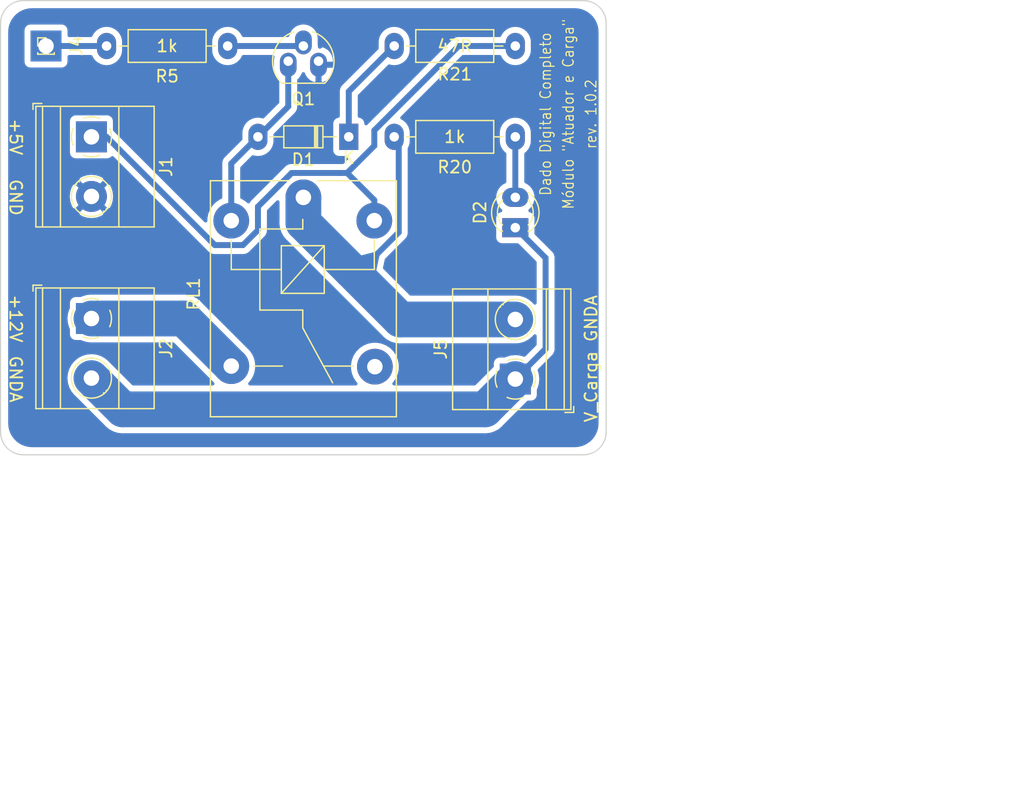
<source format=kicad_pcb>
(kicad_pcb (version 20171130) (host pcbnew 5.1.12-84ad8e8a86~92~ubuntu20.04.1)

  (general
    (thickness 1.6)
    (drawings 22)
    (tracks 40)
    (zones 0)
    (modules 11)
    (nets 12)
  )

  (page A4)
  (title_block
    (title "Dado Digital Completo - Módulo Atuador e Carga")
    (date 2022-02-08)
    (rev 1.0.2)
    (company "ETE102 - Fundamentos de Circuitos Digitais")
    (comment 1 "CC-BY-SA 4.0")
  )

  (layers
    (0 F.Cu signal)
    (31 B.Cu signal)
    (32 B.Adhes user)
    (33 F.Adhes user)
    (34 B.Paste user)
    (35 F.Paste user)
    (36 B.SilkS user)
    (37 F.SilkS user)
    (38 B.Mask user)
    (39 F.Mask user)
    (40 Dwgs.User user)
    (41 Cmts.User user)
    (42 Eco1.User user)
    (43 Eco2.User user)
    (44 Edge.Cuts user)
    (45 Margin user)
    (46 B.CrtYd user)
    (47 F.CrtYd user)
    (48 B.Fab user)
    (49 F.Fab user)
  )

  (setup
    (last_trace_width 0.5)
    (user_trace_width 2)
    (user_trace_width 2.5)
    (user_trace_width 3)
    (trace_clearance 0.3)
    (zone_clearance 0.5)
    (zone_45_only no)
    (trace_min 0.3)
    (via_size 1.2)
    (via_drill 0.6)
    (via_min_size 0.4)
    (via_min_drill 0.3)
    (uvia_size 0.3)
    (uvia_drill 0.1)
    (uvias_allowed no)
    (uvia_min_size 0.2)
    (uvia_min_drill 0.1)
    (edge_width 0.1)
    (segment_width 0.2)
    (pcb_text_width 0.3)
    (pcb_text_size 1.5 1.5)
    (mod_edge_width 0.15)
    (mod_text_size 1 1)
    (mod_text_width 0.15)
    (pad_size 1.4 2)
    (pad_drill 0.8)
    (pad_to_mask_clearance 0)
    (aux_axis_origin 0 0)
    (visible_elements FFFFFF7F)
    (pcbplotparams
      (layerselection 0x01060_fffffffe)
      (usegerberextensions false)
      (usegerberattributes true)
      (usegerberadvancedattributes true)
      (creategerberjobfile true)
      (excludeedgelayer true)
      (linewidth 0.100000)
      (plotframeref false)
      (viasonmask false)
      (mode 1)
      (useauxorigin false)
      (hpglpennumber 1)
      (hpglpenspeed 20)
      (hpglpendiameter 15.000000)
      (psnegative false)
      (psa4output false)
      (plotreference true)
      (plotvalue true)
      (plotinvisibletext false)
      (padsonsilk false)
      (subtractmaskfromsilk false)
      (outputformat 1)
      (mirror false)
      (drillshape 0)
      (scaleselection 1)
      (outputdirectory "gerber/rev1.0"))
  )

  (net 0 "")
  (net 1 GND)
  (net 2 VDD)
  (net 3 "Net-(D1-Pad2)")
  (net 4 "Net-(D2-Pad2)")
  (net 5 +12V)
  (net 6 Earth)
  (net 7 "Net-(Q1-Pad2)")
  (net 8 "Net-(RL1-Pad12)")
  (net 9 "Net-(J4-Pad1)")
  (net 10 "Net-(D1-Pad1)")
  (net 11 "Net-(J5-Pad2)")

  (net_class Default "Esta é a classe de rede padrão."
    (clearance 0.3)
    (trace_width 0.5)
    (via_dia 1.2)
    (via_drill 0.6)
    (uvia_dia 0.3)
    (uvia_drill 0.1)
    (diff_pair_width 0.3)
    (diff_pair_gap 0.3)
    (add_net Earth)
    (add_net "Net-(D1-Pad1)")
    (add_net "Net-(D1-Pad2)")
    (add_net "Net-(D2-Pad2)")
    (add_net "Net-(J4-Pad1)")
    (add_net "Net-(J5-Pad2)")
    (add_net "Net-(Q1-Pad2)")
    (add_net "Net-(RL1-Pad12)")
  )

  (net_class GND ""
    (clearance 0.3)
    (trace_width 0.5)
    (via_dia 1.2)
    (via_drill 0.6)
    (uvia_dia 0.3)
    (uvia_drill 0.1)
    (diff_pair_width 0.3)
    (diff_pair_gap 0.3)
    (add_net GND)
  )

  (net_class Vcc ""
    (clearance 0.3)
    (trace_width 0.5)
    (via_dia 1.2)
    (via_drill 0.6)
    (uvia_dia 0.3)
    (uvia_drill 0.1)
    (diff_pair_width 0.3)
    (diff_pair_gap 0.3)
    (add_net +12V)
    (add_net VDD)
  )

  (module Package_TO_SOT_THT:TO-92_HandSolder (layer F.Cu) (tedit 62033F2E) (tstamp 6203BA23)
    (at 125.73 91.44)
    (descr "TO-92 leads molded, narrow, drill 0.75mm, handsoldering variant with enlarged pads (see NXP sot054_po.pdf)")
    (tags "to-92 sc-43 sc-43a sot54 PA33 transistor")
    (path /5742CA8F)
    (fp_text reference Q1 (at 1.27 3.175) (layer F.SilkS)
      (effects (font (size 1 1) (thickness 0.15)))
    )
    (fp_text value BC547 (at -3.81 1.27) (layer F.Fab)
      (effects (font (size 1 1) (thickness 0.15)))
    )
    (fp_line (start -0.53 1.85) (end 3.07 1.85) (layer F.SilkS) (width 0.12))
    (fp_line (start -0.5 1.75) (end 3 1.75) (layer F.Fab) (width 0.1))
    (fp_line (start -1.46 -3.05) (end 4 -3.05) (layer F.CrtYd) (width 0.05))
    (fp_line (start -1.46 -3.05) (end -1.46 2.01) (layer F.CrtYd) (width 0.05))
    (fp_line (start 4 2.01) (end 4 -3.05) (layer F.CrtYd) (width 0.05))
    (fp_line (start 4 2.01) (end -1.46 2.01) (layer F.CrtYd) (width 0.05))
    (fp_arc (start 1.27 0) (end 2.05 -2.45) (angle 117.6433766) (layer F.SilkS) (width 0.12))
    (fp_arc (start 1.27 0) (end 1.27 -2.48) (angle -135) (layer F.Fab) (width 0.1))
    (fp_arc (start 1.27 0) (end 0.45 -2.45) (angle -116.9632683) (layer F.SilkS) (width 0.12))
    (fp_arc (start 1.27 0) (end 1.27 -2.48) (angle 135) (layer F.Fab) (width 0.1))
    (fp_text user %R (at 1.27 0) (layer F.Fab)
      (effects (font (size 1 1) (thickness 0.15)))
    )
    (pad 1 thru_hole oval (at 0 0) (size 1.4 2) (drill 0.8 (offset 0 0.3)) (layers *.Cu *.Mask)
      (net 3 "Net-(D1-Pad2)"))
    (pad 3 thru_hole oval (at 2.54 0) (size 1.4 2) (drill 0.8 (offset 0 0.3)) (layers *.Cu *.Mask)
      (net 1 GND))
    (pad 2 thru_hole oval (at 1.27 -1.27) (size 1.4 2) (drill 0.8 (offset 0 -0.3)) (layers *.Cu *.Mask)
      (net 7 "Net-(Q1-Pad2)"))
    (model ${KISYS3DMOD}/Package_TO_SOT_THT.3dshapes/TO-92.wrl
      (at (xyz 0 0 0))
      (scale (xyz 1 1 1))
      (rotate (xyz 0 0 0))
    )
  )

  (module Resistor_THT:R_Axial_DIN0207_L6.3mm_D2.5mm_P10.16mm_Horizontal (layer F.Cu) (tedit 5AE5139B) (tstamp 620189C7)
    (at 144.78 90.17 180)
    (descr "Resistor, Axial_DIN0207 series, Axial, Horizontal, pin pitch=10.16mm, 0.25W = 1/4W, length*diameter=6.3*2.5mm^2, http://cdn-reichelt.de/documents/datenblatt/B400/1_4W%23YAG.pdf")
    (tags "Resistor Axial_DIN0207 series Axial Horizontal pin pitch 10.16mm 0.25W = 1/4W length 6.3mm diameter 2.5mm")
    (path /6204C159)
    (fp_text reference R21 (at 5.08 -2.37) (layer F.SilkS)
      (effects (font (size 1 1) (thickness 0.15)))
    )
    (fp_text value 47R (at 5.08 0) (layer F.SilkS)
      (effects (font (size 1 1) (thickness 0.15)))
    )
    (fp_line (start 11.21 -1.5) (end -1.05 -1.5) (layer F.CrtYd) (width 0.05))
    (fp_line (start 11.21 1.5) (end 11.21 -1.5) (layer F.CrtYd) (width 0.05))
    (fp_line (start -1.05 1.5) (end 11.21 1.5) (layer F.CrtYd) (width 0.05))
    (fp_line (start -1.05 -1.5) (end -1.05 1.5) (layer F.CrtYd) (width 0.05))
    (fp_line (start 9.12 0) (end 8.35 0) (layer F.SilkS) (width 0.12))
    (fp_line (start 1.04 0) (end 1.81 0) (layer F.SilkS) (width 0.12))
    (fp_line (start 8.35 -1.37) (end 1.81 -1.37) (layer F.SilkS) (width 0.12))
    (fp_line (start 8.35 1.37) (end 8.35 -1.37) (layer F.SilkS) (width 0.12))
    (fp_line (start 1.81 1.37) (end 8.35 1.37) (layer F.SilkS) (width 0.12))
    (fp_line (start 1.81 -1.37) (end 1.81 1.37) (layer F.SilkS) (width 0.12))
    (fp_line (start 10.16 0) (end 8.23 0) (layer F.Fab) (width 0.1))
    (fp_line (start 0 0) (end 1.93 0) (layer F.Fab) (width 0.1))
    (fp_line (start 8.23 -1.25) (end 1.93 -1.25) (layer F.Fab) (width 0.1))
    (fp_line (start 8.23 1.25) (end 8.23 -1.25) (layer F.Fab) (width 0.1))
    (fp_line (start 1.93 1.25) (end 8.23 1.25) (layer F.Fab) (width 0.1))
    (fp_line (start 1.93 -1.25) (end 1.93 1.25) (layer F.Fab) (width 0.1))
    (fp_text user %R (at 5.08 0) (layer F.Fab)
      (effects (font (size 1 1) (thickness 0.15)))
    )
    (fp_text user %V (at 5.08 -2.54 180) (layer F.Fab)
      (effects (font (size 1 1) (thickness 0.15)))
    )
    (pad 2 thru_hole oval (at 10.16 0 180) (size 1.6 2.2) (drill 0.8) (layers *.Cu *.Mask)
      (net 10 "Net-(D1-Pad1)"))
    (pad 1 thru_hole oval (at 0 0 180) (size 1.6 2.2) (drill 0.8) (layers *.Cu *.Mask)
      (net 2 VDD))
    (model ${KISYS3DMOD}/Resistor_THT.3dshapes/R_Axial_DIN0207_L6.3mm_D2.5mm_P10.16mm_Horizontal.wrl
      (at (xyz 0 0 0))
      (scale (xyz 1 1 1))
      (rotate (xyz 0 0 0))
    )
  )

  (module Connector_PinHeader_1.00mm:PinHeader_1x01_P1.00mm_Vertical (layer F.Cu) (tedit 59FED738) (tstamp 61FFAF3E)
    (at 105.41 90.17)
    (descr "Through hole straight pin header, 1x01, 1.00mm pitch, single row")
    (tags "Through hole pin header THT 1x01 1.00mm single row")
    (path /62076698)
    (fp_text reference J4 (at 2.54 0 90) (layer F.SilkS)
      (effects (font (size 1 1) (thickness 0.15)))
    )
    (fp_text value Conn_01x01 (at 2.54 2.54) (layer F.Fab)
      (effects (font (size 1 1) (thickness 0.15)))
    )
    (fp_line (start 1.15 -1) (end -1.15 -1) (layer F.CrtYd) (width 0.05))
    (fp_line (start 1.15 1) (end 1.15 -1) (layer F.CrtYd) (width 0.05))
    (fp_line (start -1.15 1) (end 1.15 1) (layer F.CrtYd) (width 0.05))
    (fp_line (start -1.15 -1) (end -1.15 1) (layer F.CrtYd) (width 0.05))
    (fp_line (start -0.695 -0.685) (end 0 -0.685) (layer F.SilkS) (width 0.12))
    (fp_line (start -0.695 0) (end -0.695 -0.685) (layer F.SilkS) (width 0.12))
    (fp_line (start 0.608276 0.685) (end 0.695 0.685) (layer F.SilkS) (width 0.12))
    (fp_line (start -0.695 0.685) (end -0.608276 0.685) (layer F.SilkS) (width 0.12))
    (fp_line (start 0.695 0.685) (end 0.695 0.56) (layer F.SilkS) (width 0.12))
    (fp_line (start -0.695 0.685) (end -0.695 0.56) (layer F.SilkS) (width 0.12))
    (fp_line (start -0.695 0.685) (end 0.695 0.685) (layer F.SilkS) (width 0.12))
    (fp_line (start -0.635 -0.1825) (end -0.3175 -0.5) (layer F.Fab) (width 0.1))
    (fp_line (start -0.635 0.5) (end -0.635 -0.1825) (layer F.Fab) (width 0.1))
    (fp_line (start 0.635 0.5) (end -0.635 0.5) (layer F.Fab) (width 0.1))
    (fp_line (start 0.635 -0.5) (end 0.635 0.5) (layer F.Fab) (width 0.1))
    (fp_line (start -0.3175 -0.5) (end 0.635 -0.5) (layer F.Fab) (width 0.1))
    (fp_text user %R (at 1.27 0 90) (layer F.Fab)
      (effects (font (size 0.76 0.76) (thickness 0.114)))
    )
    (pad 1 thru_hole rect (at 0 0) (size 2.6 2.6) (drill 1.3) (layers *.Cu *.Mask)
      (net 9 "Net-(J4-Pad1)"))
    (model ${KISYS3DMOD}/Connector_PinHeader_1.00mm.3dshapes/PinHeader_1x01_P1.00mm_Vertical.wrl
      (at (xyz 0 0 0))
      (scale (xyz 1 1 1))
      (rotate (xyz 0 0 0))
    )
  )

  (module Relay_THT:Relay_SPDT_SANYOU_SRD_Series_Form_C placed (layer F.Cu) (tedit 6201742C) (tstamp 61FF2C6F)
    (at 127 102.87 270)
    (descr "relay Sanyou SRD series Form C http://www.sanyourelay.ca/public/products/pdf/SRD.pdf")
    (tags "relay Sanyu SRD form C")
    (path /575012BB)
    (fp_text reference RL1 (at 8.1 9.2 90) (layer F.SilkS)
      (effects (font (size 1 1) (thickness 0.15)))
    )
    (fp_text value HF3FA/005-ZSTF (at 8 -9.6 90) (layer F.Fab)
      (effects (font (size 1 1) (thickness 0.15)))
    )
    (fp_line (start 8.05 1.85) (end 4.05 1.85) (layer F.SilkS) (width 0.12))
    (fp_line (start 8.05 -1.75) (end 8.05 1.85) (layer F.SilkS) (width 0.12))
    (fp_line (start 4.05 -1.75) (end 8.05 -1.75) (layer F.SilkS) (width 0.12))
    (fp_line (start 4.05 1.85) (end 4.05 -1.75) (layer F.SilkS) (width 0.12))
    (fp_line (start 8.05 1.85) (end 4.05 -1.75) (layer F.SilkS) (width 0.12))
    (fp_line (start 6.05 1.85) (end 6.05 6.05) (layer F.SilkS) (width 0.12))
    (fp_line (start 6.05 -5.95) (end 6.05 -1.75) (layer F.SilkS) (width 0.12))
    (fp_line (start 2.65 0.05) (end 2.65 3.65) (layer F.SilkS) (width 0.12))
    (fp_line (start 9.45 0.05) (end 9.45 3.65) (layer F.SilkS) (width 0.12))
    (fp_line (start 9.45 3.65) (end 2.65 3.65) (layer F.SilkS) (width 0.12))
    (fp_line (start 10.95 0.05) (end 15.55 -2.45) (layer F.SilkS) (width 0.12))
    (fp_line (start 9.45 0.05) (end 10.95 0.05) (layer F.SilkS) (width 0.12))
    (fp_line (start 6.05 -5.95) (end 3.55 -5.95) (layer F.SilkS) (width 0.12))
    (fp_line (start 2.65 0.05) (end 1.85 0.05) (layer F.SilkS) (width 0.12))
    (fp_line (start 3.55 6.05) (end 6.05 6.05) (layer F.SilkS) (width 0.12))
    (fp_line (start 14.15 -4.2) (end 14.15 -1.7) (layer F.SilkS) (width 0.12))
    (fp_line (start 14.15 4.2) (end 14.15 1.75) (layer F.SilkS) (width 0.12))
    (fp_line (start -1.55 7.95) (end 18.55 7.95) (layer F.CrtYd) (width 0.05))
    (fp_line (start 18.55 -7.95) (end 18.55 7.95) (layer F.CrtYd) (width 0.05))
    (fp_line (start -1.55 7.95) (end -1.55 -7.95) (layer F.CrtYd) (width 0.05))
    (fp_line (start 18.55 -7.95) (end -1.55 -7.95) (layer F.CrtYd) (width 0.05))
    (fp_line (start -1.3 7.7) (end -1.3 -7.7) (layer F.Fab) (width 0.12))
    (fp_line (start 18.3 7.7) (end -1.3 7.7) (layer F.Fab) (width 0.12))
    (fp_line (start 18.3 -7.7) (end 18.3 7.7) (layer F.Fab) (width 0.12))
    (fp_line (start -1.3 -7.7) (end 18.3 -7.7) (layer F.Fab) (width 0.12))
    (fp_line (start 18.4 7.8) (end -1.4 7.8) (layer F.SilkS) (width 0.12))
    (fp_line (start 18.4 -7.8) (end 18.4 7.8) (layer F.SilkS) (width 0.12))
    (fp_line (start -1.4 -7.8) (end 18.4 -7.8) (layer F.SilkS) (width 0.12))
    (fp_line (start -1.4 -7.8) (end -1.4 -1.2) (layer F.SilkS) (width 0.12))
    (fp_line (start -1.4 1.2) (end -1.4 7.8) (layer F.SilkS) (width 0.12))
    (fp_text user 1 (at 0 -2.3 90) (layer F.Fab)
      (effects (font (size 1 1) (thickness 0.15)))
    )
    (fp_text user %R (at 7.1 0.025 90) (layer F.Fab)
      (effects (font (size 1 1) (thickness 0.15)))
    )
    (pad A2 thru_hole circle (at 1.95 6.05) (size 3 3) (drill 1.3) (layers *.Cu *.Mask)
      (net 3 "Net-(D1-Pad2)"))
    (pad 14 thru_hole circle (at 14.15 6.05) (size 3 3) (drill 1.3) (layers *.Cu *.Mask)
      (net 5 +12V))
    (pad 12 thru_hole circle (at 14.2 -6) (size 3 3) (drill 1.3) (layers *.Cu *.Mask)
      (net 8 "Net-(RL1-Pad12)"))
    (pad A1 thru_hole circle (at 1.95 -5.95) (size 3 3) (drill 1.3) (layers *.Cu *.Mask)
      (net 2 VDD))
    (pad 11 thru_hole circle (at 0 0) (size 3 3) (drill 1.3) (layers *.Cu *.Mask)
      (net 11 "Net-(J5-Pad2)"))
    (model ${KISYS3DMOD}/Relay_THT.3dshapes/Relay_SPDT_SANYOU_SRD_Series_Form_C.wrl
      (at (xyz 0 0 0))
      (scale (xyz 1 1 1))
      (rotate (xyz 0 0 0))
    )
  )

  (module Resistor_THT:R_Axial_DIN0207_L6.3mm_D2.5mm_P10.16mm_Horizontal placed (layer F.Cu) (tedit 5AE5139B) (tstamp 61FFC73E)
    (at 134.62 97.79)
    (descr "Resistor, Axial_DIN0207 series, Axial, Horizontal, pin pitch=10.16mm, 0.25W = 1/4W, length*diameter=6.3*2.5mm^2, http://cdn-reichelt.de/documents/datenblatt/B400/1_4W%23YAG.pdf")
    (tags "Resistor Axial_DIN0207 series Axial Horizontal pin pitch 10.16mm 0.25W = 1/4W length 6.3mm diameter 2.5mm")
    (path /62049194)
    (fp_text reference R20 (at 5.08 2.54) (layer F.SilkS)
      (effects (font (size 1 1) (thickness 0.15)))
    )
    (fp_text value 1k (at 5.08 0) (layer F.SilkS)
      (effects (font (size 1 1) (thickness 0.15)))
    )
    (fp_line (start 1.93 -1.25) (end 1.93 1.25) (layer F.Fab) (width 0.1))
    (fp_line (start 1.93 1.25) (end 8.23 1.25) (layer F.Fab) (width 0.1))
    (fp_line (start 8.23 1.25) (end 8.23 -1.25) (layer F.Fab) (width 0.1))
    (fp_line (start 8.23 -1.25) (end 1.93 -1.25) (layer F.Fab) (width 0.1))
    (fp_line (start 0 0) (end 1.93 0) (layer F.Fab) (width 0.1))
    (fp_line (start 10.16 0) (end 8.23 0) (layer F.Fab) (width 0.1))
    (fp_line (start 1.81 -1.37) (end 1.81 1.37) (layer F.SilkS) (width 0.12))
    (fp_line (start 1.81 1.37) (end 8.35 1.37) (layer F.SilkS) (width 0.12))
    (fp_line (start 8.35 1.37) (end 8.35 -1.37) (layer F.SilkS) (width 0.12))
    (fp_line (start 8.35 -1.37) (end 1.81 -1.37) (layer F.SilkS) (width 0.12))
    (fp_line (start 1.04 0) (end 1.81 0) (layer F.SilkS) (width 0.12))
    (fp_line (start 9.12 0) (end 8.35 0) (layer F.SilkS) (width 0.12))
    (fp_line (start -1.05 -1.5) (end -1.05 1.5) (layer F.CrtYd) (width 0.05))
    (fp_line (start -1.05 1.5) (end 11.21 1.5) (layer F.CrtYd) (width 0.05))
    (fp_line (start 11.21 1.5) (end 11.21 -1.5) (layer F.CrtYd) (width 0.05))
    (fp_line (start 11.21 -1.5) (end -1.05 -1.5) (layer F.CrtYd) (width 0.05))
    (fp_text user %R (at 5.08 0) (layer F.Fab)
      (effects (font (size 1 1) (thickness 0.15)))
    )
    (fp_text user %V (at 5.08 2.54) (layer F.Fab)
      (effects (font (size 1 1) (thickness 0.15)))
    )
    (pad 2 thru_hole oval (at 10.16 0) (size 1.6 2.2) (drill 0.8) (layers *.Cu *.Mask)
      (net 4 "Net-(D2-Pad2)"))
    (pad 1 thru_hole oval (at 0 0) (size 1.6 2.2) (drill 0.8) (layers *.Cu *.Mask)
      (net 11 "Net-(J5-Pad2)"))
    (model ${KISYS3DMOD}/Resistor_THT.3dshapes/R_Axial_DIN0207_L6.3mm_D2.5mm_P10.16mm_Horizontal.wrl
      (at (xyz 0 0 0))
      (scale (xyz 1 1 1))
      (rotate (xyz 0 0 0))
    )
  )

  (module Resistor_THT:R_Axial_DIN0207_L6.3mm_D2.5mm_P10.16mm_Horizontal placed (layer F.Cu) (tedit 6202E749) (tstamp 61FF2C01)
    (at 110.49 90.17)
    (descr "Resistor, Axial_DIN0207 series, Axial, Horizontal, pin pitch=10.16mm, 0.25W = 1/4W, length*diameter=6.3*2.5mm^2, http://cdn-reichelt.de/documents/datenblatt/B400/1_4W%23YAG.pdf")
    (tags "Resistor Axial_DIN0207 series Axial Horizontal pin pitch 10.16mm 0.25W = 1/4W length 6.3mm diameter 2.5mm")
    (path /5742C9F0)
    (fp_text reference R5 (at 5.08 2.54) (layer F.SilkS)
      (effects (font (size 1 1) (thickness 0.15)))
    )
    (fp_text value 1k (at 5.08 0) (layer F.SilkS)
      (effects (font (size 1 1) (thickness 0.15)))
    )
    (fp_line (start 1.93 -1.25) (end 1.93 1.25) (layer F.Fab) (width 0.1))
    (fp_line (start 1.93 1.25) (end 8.23 1.25) (layer F.Fab) (width 0.1))
    (fp_line (start 8.23 1.25) (end 8.23 -1.25) (layer F.Fab) (width 0.1))
    (fp_line (start 8.23 -1.25) (end 1.93 -1.25) (layer F.Fab) (width 0.1))
    (fp_line (start 0 0) (end 1.93 0) (layer F.Fab) (width 0.1))
    (fp_line (start 10.16 0) (end 8.23 0) (layer F.Fab) (width 0.1))
    (fp_line (start 1.81 -1.37) (end 1.81 1.37) (layer F.SilkS) (width 0.12))
    (fp_line (start 1.81 1.37) (end 8.35 1.37) (layer F.SilkS) (width 0.12))
    (fp_line (start 8.35 1.37) (end 8.35 -1.37) (layer F.SilkS) (width 0.12))
    (fp_line (start 8.35 -1.37) (end 1.81 -1.37) (layer F.SilkS) (width 0.12))
    (fp_line (start 1.04 0) (end 1.81 0) (layer F.SilkS) (width 0.12))
    (fp_line (start 9.12 0) (end 8.35 0) (layer F.SilkS) (width 0.12))
    (fp_line (start -1.05 -1.5) (end -1.05 1.5) (layer F.CrtYd) (width 0.05))
    (fp_line (start -1.05 1.5) (end 11.21 1.5) (layer F.CrtYd) (width 0.05))
    (fp_line (start 11.21 1.5) (end 11.21 -1.5) (layer F.CrtYd) (width 0.05))
    (fp_line (start 11.21 -1.5) (end -1.05 -1.5) (layer F.CrtYd) (width 0.05))
    (fp_text user %R (at 5.08 0) (layer F.Fab)
      (effects (font (size 1 1) (thickness 0.15)))
    )
    (fp_text user %V (at 5.08 2.54) (layer F.Fab)
      (effects (font (size 1 1) (thickness 0.15)))
    )
    (pad 2 thru_hole oval (at 10.16 0) (size 1.6 2.2) (drill 0.8) (layers *.Cu *.Mask)
      (net 7 "Net-(Q1-Pad2)"))
    (pad 1 thru_hole oval (at 0 0) (size 1.6 2.2) (drill 0.8) (layers *.Cu *.Mask)
      (net 9 "Net-(J4-Pad1)"))
    (model ${KISYS3DMOD}/Resistor_THT.3dshapes/R_Axial_DIN0207_L6.3mm_D2.5mm_P10.16mm_Horizontal.wrl
      (at (xyz 0 0 0))
      (scale (xyz 1 1 1))
      (rotate (xyz 0 0 0))
    )
  )

  (module TerminalBlock_Phoenix:TerminalBlock_Phoenix_MKDS-1,5-2_1x02_P5.00mm_Horizontal placed (layer F.Cu) (tedit 5B294EE5) (tstamp 61FF2BAA)
    (at 144.78 118.11 90)
    (descr "Terminal Block Phoenix MKDS-1,5-2, 2 pins, pitch 5mm, size 10x9.8mm^2, drill diamater 1.3mm, pad diameter 2.6mm, see http://www.farnell.com/datasheets/100425.pdf, script-generated using https://github.com/pointhi/kicad-footprint-generator/scripts/TerminalBlock_Phoenix")
    (tags "THT Terminal Block Phoenix MKDS-1,5-2 pitch 5mm size 10x9.8mm^2 drill 1.3mm pad 2.6mm")
    (path /62084076)
    (fp_text reference J5 (at 2.5 -6.26 90) (layer F.SilkS)
      (effects (font (size 1 1) (thickness 0.15)))
    )
    (fp_text value Conn_01x02 (at 2.5 5.66 90) (layer F.Fab)
      (effects (font (size 1 1) (thickness 0.15)))
    )
    (fp_line (start 8 -5.71) (end -3 -5.71) (layer F.CrtYd) (width 0.05))
    (fp_line (start 8 5.1) (end 8 -5.71) (layer F.CrtYd) (width 0.05))
    (fp_line (start -3 5.1) (end 8 5.1) (layer F.CrtYd) (width 0.05))
    (fp_line (start -3 -5.71) (end -3 5.1) (layer F.CrtYd) (width 0.05))
    (fp_line (start -2.8 4.9) (end -2.3 4.9) (layer F.SilkS) (width 0.12))
    (fp_line (start -2.8 4.16) (end -2.8 4.9) (layer F.SilkS) (width 0.12))
    (fp_line (start 3.773 1.023) (end 3.726 1.069) (layer F.SilkS) (width 0.12))
    (fp_line (start 6.07 -1.275) (end 6.035 -1.239) (layer F.SilkS) (width 0.12))
    (fp_line (start 3.966 1.239) (end 3.931 1.274) (layer F.SilkS) (width 0.12))
    (fp_line (start 6.275 -1.069) (end 6.228 -1.023) (layer F.SilkS) (width 0.12))
    (fp_line (start 5.955 -1.138) (end 3.863 0.955) (layer F.Fab) (width 0.1))
    (fp_line (start 6.138 -0.955) (end 4.046 1.138) (layer F.Fab) (width 0.1))
    (fp_line (start 0.955 -1.138) (end -1.138 0.955) (layer F.Fab) (width 0.1))
    (fp_line (start 1.138 -0.955) (end -0.955 1.138) (layer F.Fab) (width 0.1))
    (fp_line (start 7.56 -5.261) (end 7.56 4.66) (layer F.SilkS) (width 0.12))
    (fp_line (start -2.56 -5.261) (end -2.56 4.66) (layer F.SilkS) (width 0.12))
    (fp_line (start -2.56 4.66) (end 7.56 4.66) (layer F.SilkS) (width 0.12))
    (fp_line (start -2.56 -5.261) (end 7.56 -5.261) (layer F.SilkS) (width 0.12))
    (fp_line (start -2.56 -2.301) (end 7.56 -2.301) (layer F.SilkS) (width 0.12))
    (fp_line (start -2.5 -2.3) (end 7.5 -2.3) (layer F.Fab) (width 0.1))
    (fp_line (start -2.56 2.6) (end 7.56 2.6) (layer F.SilkS) (width 0.12))
    (fp_line (start -2.5 2.6) (end 7.5 2.6) (layer F.Fab) (width 0.1))
    (fp_line (start -2.56 4.1) (end 7.56 4.1) (layer F.SilkS) (width 0.12))
    (fp_line (start -2.5 4.1) (end 7.5 4.1) (layer F.Fab) (width 0.1))
    (fp_line (start -2.5 4.1) (end -2.5 -5.2) (layer F.Fab) (width 0.1))
    (fp_line (start -2 4.6) (end -2.5 4.1) (layer F.Fab) (width 0.1))
    (fp_line (start 7.5 4.6) (end -2 4.6) (layer F.Fab) (width 0.1))
    (fp_line (start 7.5 -5.2) (end 7.5 4.6) (layer F.Fab) (width 0.1))
    (fp_line (start -2.5 -5.2) (end 7.5 -5.2) (layer F.Fab) (width 0.1))
    (fp_circle (center 5 0) (end 6.68 0) (layer F.SilkS) (width 0.12))
    (fp_circle (center 5 0) (end 6.5 0) (layer F.Fab) (width 0.1))
    (fp_circle (center 0 0) (end 1.5 0) (layer F.Fab) (width 0.1))
    (fp_arc (start 0 0) (end 0 1.68) (angle -24) (layer F.SilkS) (width 0.12))
    (fp_arc (start 0 0) (end 1.535 0.684) (angle -48) (layer F.SilkS) (width 0.12))
    (fp_arc (start 0 0) (end 0.684 -1.535) (angle -48) (layer F.SilkS) (width 0.12))
    (fp_arc (start 0 0) (end -1.535 -0.684) (angle -48) (layer F.SilkS) (width 0.12))
    (fp_arc (start 0 0) (end -0.684 1.535) (angle -25) (layer F.SilkS) (width 0.12))
    (fp_text user %R (at 2.5 3.2 90) (layer F.Fab)
      (effects (font (size 1 1) (thickness 0.15)))
    )
    (pad 1 thru_hole rect (at 0 0 90) (size 2.6 2.6) (drill 1.3) (layers *.Cu *.Mask)
      (net 6 Earth))
    (pad 2 thru_hole circle (at 5 0 90) (size 2.6 2.6) (drill 1.3) (layers *.Cu *.Mask)
      (net 11 "Net-(J5-Pad2)"))
    (model ${KISYS3DMOD}/TerminalBlock_Phoenix.3dshapes/TerminalBlock_Phoenix_MKDS-1,5-2_1x02_P5.00mm_Horizontal.wrl
      (at (xyz 0 0 0))
      (scale (xyz 1 1 1))
      (rotate (xyz 0 0 0))
    )
  )

  (module TerminalBlock_Phoenix:TerminalBlock_Phoenix_MKDS-1,5-2_1x02_P5.00mm_Horizontal placed (layer F.Cu) (tedit 5B294EE5) (tstamp 61FF2B7E)
    (at 109.22 113.03 270)
    (descr "Terminal Block Phoenix MKDS-1,5-2, 2 pins, pitch 5mm, size 10x9.8mm^2, drill diamater 1.3mm, pad diameter 2.6mm, see http://www.farnell.com/datasheets/100425.pdf, script-generated using https://github.com/pointhi/kicad-footprint-generator/scripts/TerminalBlock_Phoenix")
    (tags "THT Terminal Block Phoenix MKDS-1,5-2 pitch 5mm size 10x9.8mm^2 drill 1.3mm pad 2.6mm")
    (path /620839E4)
    (fp_text reference J2 (at 2.5 -6.26 90) (layer F.SilkS)
      (effects (font (size 1 1) (thickness 0.15)))
    )
    (fp_text value Conn_01x02 (at 2.5 5.66 90) (layer F.Fab)
      (effects (font (size 1 1) (thickness 0.15)))
    )
    (fp_circle (center 0 0) (end 1.5 0) (layer F.Fab) (width 0.1))
    (fp_circle (center 5 0) (end 6.5 0) (layer F.Fab) (width 0.1))
    (fp_circle (center 5 0) (end 6.68 0) (layer F.SilkS) (width 0.12))
    (fp_line (start -2.5 -5.2) (end 7.5 -5.2) (layer F.Fab) (width 0.1))
    (fp_line (start 7.5 -5.2) (end 7.5 4.6) (layer F.Fab) (width 0.1))
    (fp_line (start 7.5 4.6) (end -2 4.6) (layer F.Fab) (width 0.1))
    (fp_line (start -2 4.6) (end -2.5 4.1) (layer F.Fab) (width 0.1))
    (fp_line (start -2.5 4.1) (end -2.5 -5.2) (layer F.Fab) (width 0.1))
    (fp_line (start -2.5 4.1) (end 7.5 4.1) (layer F.Fab) (width 0.1))
    (fp_line (start -2.56 4.1) (end 7.56 4.1) (layer F.SilkS) (width 0.12))
    (fp_line (start -2.5 2.6) (end 7.5 2.6) (layer F.Fab) (width 0.1))
    (fp_line (start -2.56 2.6) (end 7.56 2.6) (layer F.SilkS) (width 0.12))
    (fp_line (start -2.5 -2.3) (end 7.5 -2.3) (layer F.Fab) (width 0.1))
    (fp_line (start -2.56 -2.301) (end 7.56 -2.301) (layer F.SilkS) (width 0.12))
    (fp_line (start -2.56 -5.261) (end 7.56 -5.261) (layer F.SilkS) (width 0.12))
    (fp_line (start -2.56 4.66) (end 7.56 4.66) (layer F.SilkS) (width 0.12))
    (fp_line (start -2.56 -5.261) (end -2.56 4.66) (layer F.SilkS) (width 0.12))
    (fp_line (start 7.56 -5.261) (end 7.56 4.66) (layer F.SilkS) (width 0.12))
    (fp_line (start 1.138 -0.955) (end -0.955 1.138) (layer F.Fab) (width 0.1))
    (fp_line (start 0.955 -1.138) (end -1.138 0.955) (layer F.Fab) (width 0.1))
    (fp_line (start 6.138 -0.955) (end 4.046 1.138) (layer F.Fab) (width 0.1))
    (fp_line (start 5.955 -1.138) (end 3.863 0.955) (layer F.Fab) (width 0.1))
    (fp_line (start 6.275 -1.069) (end 6.228 -1.023) (layer F.SilkS) (width 0.12))
    (fp_line (start 3.966 1.239) (end 3.931 1.274) (layer F.SilkS) (width 0.12))
    (fp_line (start 6.07 -1.275) (end 6.035 -1.239) (layer F.SilkS) (width 0.12))
    (fp_line (start 3.773 1.023) (end 3.726 1.069) (layer F.SilkS) (width 0.12))
    (fp_line (start -2.8 4.16) (end -2.8 4.9) (layer F.SilkS) (width 0.12))
    (fp_line (start -2.8 4.9) (end -2.3 4.9) (layer F.SilkS) (width 0.12))
    (fp_line (start -3 -5.71) (end -3 5.1) (layer F.CrtYd) (width 0.05))
    (fp_line (start -3 5.1) (end 8 5.1) (layer F.CrtYd) (width 0.05))
    (fp_line (start 8 5.1) (end 8 -5.71) (layer F.CrtYd) (width 0.05))
    (fp_line (start 8 -5.71) (end -3 -5.71) (layer F.CrtYd) (width 0.05))
    (fp_text user %R (at 2.5 3.2 90) (layer F.Fab)
      (effects (font (size 1 1) (thickness 0.15)))
    )
    (fp_arc (start 0 0) (end -0.684 1.535) (angle -25) (layer F.SilkS) (width 0.12))
    (fp_arc (start 0 0) (end -1.535 -0.684) (angle -48) (layer F.SilkS) (width 0.12))
    (fp_arc (start 0 0) (end 0.684 -1.535) (angle -48) (layer F.SilkS) (width 0.12))
    (fp_arc (start 0 0) (end 1.535 0.684) (angle -48) (layer F.SilkS) (width 0.12))
    (fp_arc (start 0 0) (end 0 1.68) (angle -24) (layer F.SilkS) (width 0.12))
    (pad 2 thru_hole circle (at 5 0 270) (size 2.6 2.6) (drill 1.3) (layers *.Cu *.Mask)
      (net 6 Earth))
    (pad 1 thru_hole rect (at 0 0 270) (size 2.6 2.6) (drill 1.3) (layers *.Cu *.Mask)
      (net 5 +12V))
    (model ${KISYS3DMOD}/TerminalBlock_Phoenix.3dshapes/TerminalBlock_Phoenix_MKDS-1,5-2_1x02_P5.00mm_Horizontal.wrl
      (at (xyz 0 0 0))
      (scale (xyz 1 1 1))
      (rotate (xyz 0 0 0))
    )
  )

  (module TerminalBlock_Phoenix:TerminalBlock_Phoenix_MKDS-1,5-2_1x02_P5.00mm_Horizontal placed (layer F.Cu) (tedit 5B294EE5) (tstamp 61FF2B52)
    (at 109.22 97.79 270)
    (descr "Terminal Block Phoenix MKDS-1,5-2, 2 pins, pitch 5mm, size 10x9.8mm^2, drill diamater 1.3mm, pad diameter 2.6mm, see http://www.farnell.com/datasheets/100425.pdf, script-generated using https://github.com/pointhi/kicad-footprint-generator/scripts/TerminalBlock_Phoenix")
    (tags "THT Terminal Block Phoenix MKDS-1,5-2 pitch 5mm size 10x9.8mm^2 drill 1.3mm pad 2.6mm")
    (path /620818EA)
    (fp_text reference J1 (at 2.5 -6.26 90) (layer F.SilkS)
      (effects (font (size 1 1) (thickness 0.15)))
    )
    (fp_text value Conn_01x02 (at 2.5 5.66 90) (layer F.Fab)
      (effects (font (size 1 1) (thickness 0.15)))
    )
    (fp_circle (center 0 0) (end 1.5 0) (layer F.Fab) (width 0.1))
    (fp_circle (center 5 0) (end 6.5 0) (layer F.Fab) (width 0.1))
    (fp_circle (center 5 0) (end 6.68 0) (layer F.SilkS) (width 0.12))
    (fp_line (start -2.5 -5.2) (end 7.5 -5.2) (layer F.Fab) (width 0.1))
    (fp_line (start 7.5 -5.2) (end 7.5 4.6) (layer F.Fab) (width 0.1))
    (fp_line (start 7.5 4.6) (end -2 4.6) (layer F.Fab) (width 0.1))
    (fp_line (start -2 4.6) (end -2.5 4.1) (layer F.Fab) (width 0.1))
    (fp_line (start -2.5 4.1) (end -2.5 -5.2) (layer F.Fab) (width 0.1))
    (fp_line (start -2.5 4.1) (end 7.5 4.1) (layer F.Fab) (width 0.1))
    (fp_line (start -2.56 4.1) (end 7.56 4.1) (layer F.SilkS) (width 0.12))
    (fp_line (start -2.5 2.6) (end 7.5 2.6) (layer F.Fab) (width 0.1))
    (fp_line (start -2.56 2.6) (end 7.56 2.6) (layer F.SilkS) (width 0.12))
    (fp_line (start -2.5 -2.3) (end 7.5 -2.3) (layer F.Fab) (width 0.1))
    (fp_line (start -2.56 -2.301) (end 7.56 -2.301) (layer F.SilkS) (width 0.12))
    (fp_line (start -2.56 -5.261) (end 7.56 -5.261) (layer F.SilkS) (width 0.12))
    (fp_line (start -2.56 4.66) (end 7.56 4.66) (layer F.SilkS) (width 0.12))
    (fp_line (start -2.56 -5.261) (end -2.56 4.66) (layer F.SilkS) (width 0.12))
    (fp_line (start 7.56 -5.261) (end 7.56 4.66) (layer F.SilkS) (width 0.12))
    (fp_line (start 1.138 -0.955) (end -0.955 1.138) (layer F.Fab) (width 0.1))
    (fp_line (start 0.955 -1.138) (end -1.138 0.955) (layer F.Fab) (width 0.1))
    (fp_line (start 6.138 -0.955) (end 4.046 1.138) (layer F.Fab) (width 0.1))
    (fp_line (start 5.955 -1.138) (end 3.863 0.955) (layer F.Fab) (width 0.1))
    (fp_line (start 6.275 -1.069) (end 6.228 -1.023) (layer F.SilkS) (width 0.12))
    (fp_line (start 3.966 1.239) (end 3.931 1.274) (layer F.SilkS) (width 0.12))
    (fp_line (start 6.07 -1.275) (end 6.035 -1.239) (layer F.SilkS) (width 0.12))
    (fp_line (start 3.773 1.023) (end 3.726 1.069) (layer F.SilkS) (width 0.12))
    (fp_line (start -2.8 4.16) (end -2.8 4.9) (layer F.SilkS) (width 0.12))
    (fp_line (start -2.8 4.9) (end -2.3 4.9) (layer F.SilkS) (width 0.12))
    (fp_line (start -3 -5.71) (end -3 5.1) (layer F.CrtYd) (width 0.05))
    (fp_line (start -3 5.1) (end 8 5.1) (layer F.CrtYd) (width 0.05))
    (fp_line (start 8 5.1) (end 8 -5.71) (layer F.CrtYd) (width 0.05))
    (fp_line (start 8 -5.71) (end -3 -5.71) (layer F.CrtYd) (width 0.05))
    (fp_text user %R (at 2.5 3.2 90) (layer F.Fab)
      (effects (font (size 1 1) (thickness 0.15)))
    )
    (fp_arc (start 0 0) (end -0.684 1.535) (angle -25) (layer F.SilkS) (width 0.12))
    (fp_arc (start 0 0) (end -1.535 -0.684) (angle -48) (layer F.SilkS) (width 0.12))
    (fp_arc (start 0 0) (end 0.684 -1.535) (angle -48) (layer F.SilkS) (width 0.12))
    (fp_arc (start 0 0) (end 1.535 0.684) (angle -48) (layer F.SilkS) (width 0.12))
    (fp_arc (start 0 0) (end 0 1.68) (angle -24) (layer F.SilkS) (width 0.12))
    (pad 2 thru_hole circle (at 5 0 270) (size 2.6 2.6) (drill 1.3) (layers *.Cu *.Mask)
      (net 1 GND))
    (pad 1 thru_hole rect (at 0 0 270) (size 2.6 2.6) (drill 1.3) (layers *.Cu *.Mask)
      (net 2 VDD))
    (model ${KISYS3DMOD}/TerminalBlock_Phoenix.3dshapes/TerminalBlock_Phoenix_MKDS-1,5-2_1x02_P5.00mm_Horizontal.wrl
      (at (xyz 0 0 0))
      (scale (xyz 1 1 1))
      (rotate (xyz 0 0 0))
    )
  )

  (module LED_THT:LED_D3.0mm placed (layer F.Cu) (tedit 587A3A7B) (tstamp 61FF2B26)
    (at 144.78 105.41 90)
    (descr "LED, diameter 3.0mm, 2 pins")
    (tags "LED diameter 3.0mm 2 pins")
    (path /6204A61B)
    (fp_text reference D2 (at 1.27 -2.96 90) (layer F.SilkS)
      (effects (font (size 1 1) (thickness 0.15)))
    )
    (fp_text value Verde (at 1.27 2.96 90) (layer F.Fab)
      (effects (font (size 1 1) (thickness 0.15)))
    )
    (fp_circle (center 1.27 0) (end 2.77 0) (layer F.Fab) (width 0.1))
    (fp_line (start -0.23 -1.16619) (end -0.23 1.16619) (layer F.Fab) (width 0.1))
    (fp_line (start -0.29 -1.236) (end -0.29 -1.08) (layer F.SilkS) (width 0.12))
    (fp_line (start -0.29 1.08) (end -0.29 1.236) (layer F.SilkS) (width 0.12))
    (fp_line (start -1.15 -2.25) (end -1.15 2.25) (layer F.CrtYd) (width 0.05))
    (fp_line (start -1.15 2.25) (end 3.7 2.25) (layer F.CrtYd) (width 0.05))
    (fp_line (start 3.7 2.25) (end 3.7 -2.25) (layer F.CrtYd) (width 0.05))
    (fp_line (start 3.7 -2.25) (end -1.15 -2.25) (layer F.CrtYd) (width 0.05))
    (fp_arc (start 1.27 0) (end 0.229039 1.08) (angle -87.9) (layer F.SilkS) (width 0.12))
    (fp_arc (start 1.27 0) (end 0.229039 -1.08) (angle 87.9) (layer F.SilkS) (width 0.12))
    (fp_arc (start 1.27 0) (end -0.29 1.235516) (angle -108.8) (layer F.SilkS) (width 0.12))
    (fp_arc (start 1.27 0) (end -0.29 -1.235516) (angle 108.8) (layer F.SilkS) (width 0.12))
    (fp_arc (start 1.27 0) (end -0.23 -1.16619) (angle 284.3) (layer F.Fab) (width 0.1))
    (pad 2 thru_hole oval (at 2.54 0 90) (size 1.6 2.2) (drill 0.8) (layers *.Cu *.Mask)
      (net 4 "Net-(D2-Pad2)"))
    (pad 1 thru_hole rect (at 0 0 90) (size 1.6 2.2) (drill 0.8) (layers *.Cu *.Mask)
      (net 6 Earth))
    (model :Pessoal:LED_Yellow_D3.0mm.wrl
      (offset (xyz 0 0 -3))
      (scale (xyz 1 1 1))
      (rotate (xyz 0 0 0))
    )
  )

  (module Diode_THT:D_DO-34_SOD68_P7.62mm_Horizontal placed (layer F.Cu) (tedit 62030FB8) (tstamp 61FF2B13)
    (at 130.81 97.79 180)
    (descr "Diode, DO-34_SOD68 series, Axial, Horizontal, pin pitch=7.62mm, , length*diameter=3.04*1.6mm^2, , https://www.nxp.com/docs/en/data-sheet/KTY83_SER.pdf")
    (tags "Diode DO-34_SOD68 series Axial Horizontal pin pitch 7.62mm  length 3.04mm diameter 1.6mm")
    (path /5742CB78)
    (fp_text reference D1 (at 3.81 -1.92) (layer F.SilkS)
      (effects (font (size 1 1) (thickness 0.15)))
    )
    (fp_text value 1N4148 (at 3.81 1.905) (layer F.Fab)
      (effects (font (size 1 1) (thickness 0.15)))
    )
    (fp_line (start 2.29 -0.8) (end 2.29 0.8) (layer F.Fab) (width 0.1))
    (fp_line (start 2.29 0.8) (end 5.33 0.8) (layer F.Fab) (width 0.1))
    (fp_line (start 5.33 0.8) (end 5.33 -0.8) (layer F.Fab) (width 0.1))
    (fp_line (start 5.33 -0.8) (end 2.29 -0.8) (layer F.Fab) (width 0.1))
    (fp_line (start 0 0) (end 2.29 0) (layer F.Fab) (width 0.1))
    (fp_line (start 7.62 0) (end 5.33 0) (layer F.Fab) (width 0.1))
    (fp_line (start 2.746 -0.8) (end 2.746 0.8) (layer F.Fab) (width 0.1))
    (fp_line (start 2.846 -0.8) (end 2.846 0.8) (layer F.Fab) (width 0.1))
    (fp_line (start 2.646 -0.8) (end 2.646 0.8) (layer F.Fab) (width 0.1))
    (fp_line (start 2.17 -0.92) (end 2.17 0.92) (layer F.SilkS) (width 0.12))
    (fp_line (start 2.17 0.92) (end 5.45 0.92) (layer F.SilkS) (width 0.12))
    (fp_line (start 5.45 0.92) (end 5.45 -0.92) (layer F.SilkS) (width 0.12))
    (fp_line (start 5.45 -0.92) (end 2.17 -0.92) (layer F.SilkS) (width 0.12))
    (fp_line (start 0.99 0) (end 2.17 0) (layer F.SilkS) (width 0.12))
    (fp_line (start 6.63 0) (end 5.45 0) (layer F.SilkS) (width 0.12))
    (fp_line (start 2.746 -0.92) (end 2.746 0.92) (layer F.SilkS) (width 0.12))
    (fp_line (start 2.866 -0.92) (end 2.866 0.92) (layer F.SilkS) (width 0.12))
    (fp_line (start 2.626 -0.92) (end 2.626 0.92) (layer F.SilkS) (width 0.12))
    (fp_line (start -1 -1.05) (end -1 1.05) (layer F.CrtYd) (width 0.05))
    (fp_line (start -1 1.05) (end 8.63 1.05) (layer F.CrtYd) (width 0.05))
    (fp_line (start 8.63 1.05) (end 8.63 -1.05) (layer F.CrtYd) (width 0.05))
    (fp_line (start 8.63 -1.05) (end -1 -1.05) (layer F.CrtYd) (width 0.05))
    (fp_text user K (at 0 -1.75) (layer F.SilkS)
      (effects (font (size 1 1) (thickness 0.15)))
    )
    (fp_text user K (at 0 -1.75) (layer F.Fab)
      (effects (font (size 1 1) (thickness 0.15)))
    )
    (fp_text user %R (at 4.038 0) (layer F.Fab)
      (effects (font (size 0.608 0.608) (thickness 0.0912)))
    )
    (pad 2 thru_hole oval (at 7.62 0 180) (size 1.6 2.2) (drill 0.8) (layers *.Cu *.Mask)
      (net 3 "Net-(D1-Pad2)"))
    (pad 1 thru_hole rect (at 0 0 180) (size 1.6 2.2) (drill 0.8) (layers *.Cu *.Mask)
      (net 10 "Net-(D1-Pad1)"))
    (model ${KISYS3DMOD}/Diode_THT.3dshapes/D_DO-34_SOD68_P7.62mm_Horizontal.wrl
      (at (xyz 0 0 0))
      (scale (xyz 1 1 1))
      (rotate (xyz 0 0 0))
    )
  )

  (gr_text "Numeração da Revisão:\n\na.b.c\n\na: revisão principal, igual à revisão do esquema elétrico;\nse houver alteração elétrica, este número será alterado.\n\nb: revisão secundária, indicando alteração de leiaute;\npor exemplo, posicionamento de componentes, dimensões\nda placa, trilhas, ilhas.\n\nc: revisão menor, indicando apenas alguns ajustes gráficos,\nmas sem qualquer alteração de leiaute ou alguma alteração de leiaute muito pouco impactante; por exemplo,\nreposicionamento de texto de referência, alteração de\ntamanho de dizeres, alteração do formato de uma ilha." (at 101.6 140.97) (layer Cmts.User)
    (effects (font (size 1 1) (thickness 0.15)) (justify left))
  )
  (gr_arc (start 103.505 122.555) (end 101.6 122.555) (angle -90) (layer Edge.Cuts) (width 0.1))
  (gr_arc (start 150.495 122.555) (end 150.495 124.46) (angle -90) (layer Edge.Cuts) (width 0.1))
  (gr_arc (start 150.495 88.265) (end 152.4 88.265) (angle -90) (layer Edge.Cuts) (width 0.1))
  (gr_arc (start 103.505 88.265) (end 103.505 86.36) (angle -90) (layer Edge.Cuts) (width 0.1))
  (gr_text "rev. 1.0.2" (at 151.13 95.885 90) (layer F.SilkS) (tstamp 620985DF)
    (effects (font (size 0.9 0.8) (thickness 0.1)))
  )
  (gr_text "Módulo \"Atuador e Carga\"" (at 149.225 95.885001 90) (layer F.SilkS)
    (effects (font (size 0.9 0.8) (thickness 0.1)))
  )
  (gr_text "Dado Digital Completo" (at 147.32 95.885 90) (layer F.SilkS)
    (effects (font (size 0.9 0.8) (thickness 0.1)))
  )
  (gr_text V_Carga (at 151.13 118.745 90) (layer F.SilkS)
    (effects (font (size 1 1) (thickness 0.15)))
  )
  (gr_text GNDA (at 151.13 113.03 90) (layer F.SilkS) (tstamp 6203C18A)
    (effects (font (size 1 1) (thickness 0.15)))
  )
  (gr_text GNDA (at 102.87 118.11 270) (layer F.SilkS)
    (effects (font (size 1 1) (thickness 0.15)))
  )
  (gr_text +12V (at 102.87 113.03 270) (layer F.SilkS)
    (effects (font (size 1 1) (thickness 0.15)))
  )
  (gr_text GND (at 102.87 102.87 270) (layer F.SilkS)
    (effects (font (size 1 1) (thickness 0.15)))
  )
  (gr_text +5V (at 102.87 97.79 270) (layer F.SilkS)
    (effects (font (size 1 1) (thickness 0.15)))
  )
  (gr_line (start 102.87 123.19) (end 102.87 87.63) (layer Margin) (width 0.15) (tstamp 62030D0D))
  (gr_line (start 151.13 123.19) (end 102.87 123.19) (layer Margin) (width 0.15))
  (gr_line (start 151.13 87.63) (end 151.13 123.19) (layer Margin) (width 0.15))
  (gr_line (start 102.87 87.63) (end 151.13 87.63) (layer Margin) (width 0.15))
  (gr_line (start 150.495 86.36) (end 103.505 86.36) (layer Edge.Cuts) (width 0.1) (tstamp 61FF33C2))
  (gr_line (start 152.4 122.555) (end 152.4 88.265) (layer Edge.Cuts) (width 0.1))
  (gr_line (start 103.505 124.46) (end 150.495 124.46) (layer Edge.Cuts) (width 0.1))
  (gr_line (start 101.6 88.265) (end 101.6 122.555) (layer Edge.Cuts) (width 0.1))

  (segment (start 128.27 91.44) (end 128.27 92.075) (width 0.5) (layer B.Cu) (net 1))
  (segment (start 123.19 103.645998) (end 126.015999 100.819999) (width 0.5) (layer B.Cu) (net 2))
  (segment (start 121.934001 106.870001) (end 123.19 105.614002) (width 0.5) (layer B.Cu) (net 2))
  (segment (start 123.19 105.614002) (end 123.19 103.645998) (width 0.5) (layer B.Cu) (net 2))
  (segment (start 119.570001 106.870001) (end 121.934001 106.870001) (width 0.5) (layer B.Cu) (net 2))
  (segment (start 126.015999 100.819999) (end 130.029999 100.819999) (width 0.5) (layer B.Cu) (net 2))
  (segment (start 110.49 97.79) (end 119.570001 106.870001) (width 0.5) (layer B.Cu) (net 2))
  (segment (start 109.22 97.79) (end 110.49 97.79) (width 0.5) (layer B.Cu) (net 2))
  (segment (start 140.030798 90.17) (end 132.95 97.250798) (width 0.5) (layer B.Cu) (net 2))
  (segment (start 144.78 90.17) (end 140.030798 90.17) (width 0.5) (layer B.Cu) (net 2))
  (segment (start 132.95 98.540002) (end 132.95 97.250798) (width 0.5) (layer B.Cu) (net 2))
  (segment (start 130.670003 100.819999) (end 132.95 98.540002) (width 0.5) (layer B.Cu) (net 2))
  (segment (start 130.029999 100.819999) (end 130.670003 100.819999) (width 0.5) (layer B.Cu) (net 2))
  (segment (start 132.95 103.099996) (end 132.95 104.82) (width 0.5) (layer B.Cu) (net 2))
  (segment (start 130.670003 100.819999) (end 132.95 103.099996) (width 0.5) (layer B.Cu) (net 2))
  (segment (start 125.73 95.25) (end 123.19 97.79) (width 0.5) (layer B.Cu) (net 3))
  (segment (start 125.73 91.44) (end 125.73 95.25) (width 0.5) (layer B.Cu) (net 3))
  (segment (start 123.19 97.79) (end 120.95 100.03) (width 0.5) (layer B.Cu) (net 3))
  (segment (start 120.95 100.03) (end 120.95 104.82) (width 0.5) (layer B.Cu) (net 3))
  (segment (start 144.78 97.79) (end 144.78 102.87) (width 0.5) (layer B.Cu) (net 4))
  (segment (start 116.96 113.03) (end 120.95 117.02) (width 3) (layer B.Cu) (net 5))
  (segment (start 109.22 113.03) (end 116.96 113.03) (width 3) (layer B.Cu) (net 5))
  (segment (start 109.22 118.03) (end 111.84 120.65) (width 3) (layer B.Cu) (net 6))
  (segment (start 142.24 120.65) (end 144.78 118.11) (width 3) (layer B.Cu) (net 6))
  (segment (start 111.84 120.65) (end 142.24 120.65) (width 3) (layer B.Cu) (net 6))
  (segment (start 147.32 107.95) (end 144.78 105.41) (width 0.5) (layer B.Cu) (net 6))
  (segment (start 147.32 115.57) (end 147.32 107.95) (width 0.5) (layer B.Cu) (net 6))
  (segment (start 144.78 118.11) (end 147.32 115.57) (width 0.5) (layer B.Cu) (net 6))
  (segment (start 120.65 90.17) (end 127 90.17) (width 0.5) (layer B.Cu) (net 7))
  (segment (start 105.41 90.17) (end 110.49 90.17) (width 0.5) (layer B.Cu) (net 9))
  (segment (start 130.81 93.98) (end 134.62 90.17) (width 0.5) (layer B.Cu) (net 10))
  (segment (start 130.81 97.79) (end 130.81 93.98) (width 0.5) (layer B.Cu) (net 10))
  (segment (start 135.11868 113.11) (end 144.78 113.11) (width 3) (layer B.Cu) (net 11))
  (segment (start 127 102.87) (end 127 104.99132) (width 3) (layer B.Cu) (net 11))
  (segment (start 134.62 97.79) (end 135.000001 98.170001) (width 0.5) (layer B.Cu) (net 11))
  (segment (start 131.793342 109.01066) (end 131.01934 109.01066) (width 0.5) (layer B.Cu) (net 11))
  (segment (start 135.000001 105.804001) (end 131.793342 109.01066) (width 0.5) (layer B.Cu) (net 11))
  (segment (start 131.01934 109.01066) (end 135.11868 113.11) (width 3) (layer B.Cu) (net 11))
  (segment (start 135.000001 98.170001) (end 135.000001 105.804001) (width 0.5) (layer B.Cu) (net 11))
  (segment (start 127 104.99132) (end 131.01934 109.01066) (width 3) (layer B.Cu) (net 11))

  (zone (net 1) (net_name GND) (layer B.Cu) (tstamp 6209BBBA) (hatch edge 0.508)
    (connect_pads (clearance 0.5))
    (min_thickness 0.3)
    (fill yes (arc_segments 32) (thermal_gap 0.508) (thermal_bridge_width 0.508) (smoothing fillet) (radius 2))
    (polygon
      (pts
        (xy 151.765 123.825) (xy 102.235 123.825) (xy 102.235 86.995) (xy 151.765 86.995)
      )
    )
    (filled_polygon
      (pts
        (xy 150.028229 87.16421) (xy 150.286099 87.220306) (xy 150.533357 87.312528) (xy 150.764978 87.439003) (xy 150.976241 87.597153)
        (xy 151.162847 87.783759) (xy 151.320997 87.995022) (xy 151.447472 88.226643) (xy 151.539694 88.473901) (xy 151.59579 88.731771)
        (xy 151.615 89.00036) (xy 151.615 121.81964) (xy 151.59579 122.088229) (xy 151.539694 122.346099) (xy 151.447472 122.593357)
        (xy 151.320997 122.824978) (xy 151.162847 123.036241) (xy 150.976241 123.222847) (xy 150.764978 123.380997) (xy 150.533357 123.507472)
        (xy 150.286099 123.599694) (xy 150.028229 123.65579) (xy 149.75964 123.675) (xy 104.24036 123.675) (xy 103.971771 123.65579)
        (xy 103.713901 123.599694) (xy 103.466643 123.507472) (xy 103.235022 123.380997) (xy 103.023759 123.222847) (xy 102.837153 123.036241)
        (xy 102.679003 122.824978) (xy 102.552528 122.593357) (xy 102.460306 122.346099) (xy 102.40421 122.088229) (xy 102.385 121.81964)
        (xy 102.385 113.03) (xy 107.059598 113.03) (xy 107.10111 113.451474) (xy 107.224049 113.85675) (xy 107.266855 113.936835)
        (xy 107.266855 114.33) (xy 107.279405 114.457422) (xy 107.316573 114.579948) (xy 107.37693 114.692868) (xy 107.458157 114.791843)
        (xy 107.557132 114.87307) (xy 107.670052 114.933427) (xy 107.792578 114.970595) (xy 107.92 114.983145) (xy 108.313165 114.983145)
        (xy 108.39325 115.025951) (xy 108.798526 115.14889) (xy 109.114388 115.18) (xy 116.069442 115.18) (xy 119.279986 118.390545)
        (xy 119.389441 118.5) (xy 112.730559 118.5) (xy 110.6656 116.435042) (xy 110.420254 116.233692) (xy 110.046749 116.034049)
        (xy 109.641473 115.91111) (xy 109.22 115.869598) (xy 108.798527 115.91111) (xy 108.393251 116.034049) (xy 108.019746 116.233692)
        (xy 107.692366 116.502366) (xy 107.423692 116.829746) (xy 107.224049 117.203251) (xy 107.10111 117.608527) (xy 107.059598 118.03)
        (xy 107.10111 118.451473) (xy 107.224049 118.856749) (xy 107.423692 119.230254) (xy 107.625042 119.4756) (xy 110.245038 122.095597)
        (xy 110.312365 122.177635) (xy 110.639745 122.446309) (xy 110.970486 122.623093) (xy 111.01325 122.645951) (xy 111.418526 122.768891)
        (xy 111.84 122.810402) (xy 111.945615 122.8) (xy 142.134388 122.8) (xy 142.24 122.810402) (xy 142.345612 122.8)
        (xy 142.661474 122.76889) (xy 143.06675 122.645951) (xy 143.440255 122.446309) (xy 143.767635 122.177635) (xy 143.834966 122.095592)
        (xy 145.867414 120.063145) (xy 146.08 120.063145) (xy 146.207422 120.050595) (xy 146.329948 120.013427) (xy 146.442868 119.95307)
        (xy 146.541843 119.871843) (xy 146.62307 119.772868) (xy 146.683427 119.659948) (xy 146.720595 119.537422) (xy 146.733145 119.41)
        (xy 146.733145 119.016834) (xy 146.77595 118.936751) (xy 146.89889 118.531475) (xy 146.940401 118.110001) (xy 146.89889 117.688527)
        (xy 146.80006 117.362732) (xy 147.925136 116.237656) (xy 147.959475 116.209475) (xy 148.071943 116.072432) (xy 148.155514 115.916081)
        (xy 148.206977 115.746431) (xy 148.22 115.614207) (xy 148.22 115.614198) (xy 148.224353 115.570001) (xy 148.22 115.525804)
        (xy 148.22 107.994196) (xy 148.224353 107.949999) (xy 148.22 107.905802) (xy 148.22 107.905793) (xy 148.206977 107.773569)
        (xy 148.155514 107.603919) (xy 148.071943 107.447568) (xy 147.959475 107.310525) (xy 147.925135 107.282343) (xy 146.533145 105.890353)
        (xy 146.533145 104.61) (xy 146.520595 104.482578) (xy 146.483427 104.360052) (xy 146.42307 104.247132) (xy 146.341843 104.148157)
        (xy 146.242868 104.06693) (xy 146.129948 104.006573) (xy 146.020999 103.973524) (xy 146.110265 103.900265) (xy 146.291464 103.679474)
        (xy 146.426106 103.427576) (xy 146.509019 103.15425) (xy 146.537015 102.87) (xy 146.509019 102.58575) (xy 146.426106 102.312424)
        (xy 146.291464 102.060526) (xy 146.110265 101.839735) (xy 145.889474 101.658536) (xy 145.68 101.54657) (xy 145.68 99.227171)
        (xy 145.810265 99.120265) (xy 145.991464 98.899474) (xy 146.126106 98.647576) (xy 146.209019 98.374249) (xy 146.23 98.161224)
        (xy 146.23 97.418775) (xy 146.209019 97.20575) (xy 146.126106 96.932424) (xy 145.991464 96.680526) (xy 145.810264 96.459735)
        (xy 145.589473 96.278536) (xy 145.337575 96.143894) (xy 145.064249 96.060981) (xy 144.78 96.032985) (xy 144.49575 96.060981)
        (xy 144.222424 96.143894) (xy 143.970526 96.278536) (xy 143.749735 96.459736) (xy 143.568536 96.680527) (xy 143.433894 96.932425)
        (xy 143.350981 97.205751) (xy 143.33 97.418776) (xy 143.33 98.161225) (xy 143.350981 98.37425) (xy 143.433894 98.647576)
        (xy 143.568536 98.899474) (xy 143.749736 99.120265) (xy 143.88 99.22717) (xy 143.880001 101.54657) (xy 143.670526 101.658536)
        (xy 143.449735 101.839735) (xy 143.268536 102.060526) (xy 143.133894 102.312424) (xy 143.050981 102.58575) (xy 143.022985 102.87)
        (xy 143.050981 103.15425) (xy 143.133894 103.427576) (xy 143.268536 103.679474) (xy 143.449735 103.900265) (xy 143.539001 103.973524)
        (xy 143.430052 104.006573) (xy 143.317132 104.06693) (xy 143.218157 104.148157) (xy 143.13693 104.247132) (xy 143.076573 104.360052)
        (xy 143.039405 104.482578) (xy 143.026855 104.61) (xy 143.026855 106.21) (xy 143.039405 106.337422) (xy 143.076573 106.459948)
        (xy 143.13693 106.572868) (xy 143.218157 106.671843) (xy 143.317132 106.75307) (xy 143.430052 106.813427) (xy 143.552578 106.850595)
        (xy 143.68 106.863145) (xy 144.960353 106.863145) (xy 146.420001 108.322793) (xy 146.420001 111.719283) (xy 146.307635 111.582365)
        (xy 145.980255 111.313691) (xy 145.60675 111.114049) (xy 145.201474 110.99111) (xy 144.885612 110.96) (xy 136.009239 110.96)
        (xy 133.828077 108.778838) (xy 133.972655 108.104139) (xy 135.605136 106.471658) (xy 135.639476 106.443476) (xy 135.751944 106.306433)
        (xy 135.774163 106.264864) (xy 135.835515 106.150083) (xy 135.886978 105.980432) (xy 135.904355 105.804001) (xy 135.900001 105.759794)
        (xy 135.900001 98.77125) (xy 135.966106 98.647576) (xy 136.049019 98.374249) (xy 136.07 98.161224) (xy 136.07 97.418775)
        (xy 136.049019 97.20575) (xy 135.966106 96.932424) (xy 135.831464 96.680526) (xy 135.650264 96.459735) (xy 135.429473 96.278536)
        (xy 135.276708 96.196882) (xy 140.40359 91.07) (xy 143.456571 91.07) (xy 143.568536 91.279473) (xy 143.749735 91.500264)
        (xy 143.970526 91.681464) (xy 144.222424 91.816106) (xy 144.49575 91.899019) (xy 144.78 91.927015) (xy 145.064249 91.899019)
        (xy 145.337575 91.816106) (xy 145.589473 91.681464) (xy 145.810264 91.500265) (xy 145.991464 91.279474) (xy 146.126106 91.027576)
        (xy 146.209019 90.75425) (xy 146.23 90.541225) (xy 146.23 89.798776) (xy 146.209019 89.585751) (xy 146.126106 89.312424)
        (xy 145.991464 89.060526) (xy 145.810265 88.839735) (xy 145.589474 88.658536) (xy 145.337576 88.523894) (xy 145.06425 88.440981)
        (xy 144.78 88.412985) (xy 144.495751 88.440981) (xy 144.222425 88.523894) (xy 143.970527 88.658536) (xy 143.749736 88.839735)
        (xy 143.568536 89.060526) (xy 143.45657 89.27) (xy 140.075005 89.27) (xy 140.030798 89.265646) (xy 139.854367 89.283023)
        (xy 139.684716 89.334486) (xy 139.528366 89.418057) (xy 139.391323 89.530525) (xy 139.363141 89.564865) (xy 132.344861 96.583145)
        (xy 132.310526 96.611323) (xy 132.282348 96.645658) (xy 132.282345 96.645661) (xy 132.261303 96.671301) (xy 132.250595 96.562578)
        (xy 132.213427 96.440052) (xy 132.15307 96.327132) (xy 132.071843 96.228157) (xy 131.972868 96.14693) (xy 131.859948 96.086573)
        (xy 131.737422 96.049405) (xy 131.71 96.046704) (xy 131.71 94.352792) (xy 134.2038 91.858992) (xy 134.33575 91.899019)
        (xy 134.62 91.927015) (xy 134.904249 91.899019) (xy 135.177575 91.816106) (xy 135.429473 91.681464) (xy 135.650264 91.500265)
        (xy 135.831464 91.279474) (xy 135.966106 91.027576) (xy 136.049019 90.75425) (xy 136.07 90.541225) (xy 136.07 89.798776)
        (xy 136.049019 89.585751) (xy 135.966106 89.312424) (xy 135.831464 89.060526) (xy 135.650265 88.839735) (xy 135.429474 88.658536)
        (xy 135.177576 88.523894) (xy 134.90425 88.440981) (xy 134.62 88.412985) (xy 134.335751 88.440981) (xy 134.062425 88.523894)
        (xy 133.810527 88.658536) (xy 133.589736 88.839735) (xy 133.408536 89.060526) (xy 133.273894 89.312424) (xy 133.190981 89.58575)
        (xy 133.17 89.798775) (xy 133.17 90.347208) (xy 130.204861 93.312347) (xy 130.170526 93.340525) (xy 130.142348 93.37486)
        (xy 130.142345 93.374863) (xy 130.058057 93.477569) (xy 129.974487 93.633919) (xy 129.923023 93.80357) (xy 129.905646 93.98)
        (xy 129.910001 94.024216) (xy 129.91 96.046704) (xy 129.882578 96.049405) (xy 129.760052 96.086573) (xy 129.647132 96.14693)
        (xy 129.548157 96.228157) (xy 129.46693 96.327132) (xy 129.406573 96.440052) (xy 129.369405 96.562578) (xy 129.356855 96.69)
        (xy 129.356855 98.89) (xy 129.369405 99.017422) (xy 129.406573 99.139948) (xy 129.46693 99.252868) (xy 129.548157 99.351843)
        (xy 129.647132 99.43307) (xy 129.760052 99.493427) (xy 129.882578 99.530595) (xy 130.01 99.543145) (xy 130.674065 99.543145)
        (xy 130.297211 99.919999) (xy 126.060202 99.919999) (xy 126.015998 99.915645) (xy 125.971794 99.919999) (xy 125.971792 99.919999)
        (xy 125.839568 99.933022) (xy 125.669918 99.984485) (xy 125.513567 100.068056) (xy 125.441412 100.127272) (xy 125.410861 100.152344)
        (xy 125.410859 100.152346) (xy 125.376524 100.180524) (xy 125.348346 100.214859) (xy 122.584861 102.978345) (xy 122.550526 103.006523)
        (xy 122.522348 103.040858) (xy 122.522345 103.040861) (xy 122.438057 103.143567) (xy 122.394889 103.22433) (xy 122.320545 103.149986)
        (xy 121.968407 102.914695) (xy 121.85 102.865649) (xy 121.85 100.402792) (xy 122.7738 99.478992) (xy 122.90575 99.519019)
        (xy 123.19 99.547015) (xy 123.474249 99.519019) (xy 123.747575 99.436106) (xy 123.999473 99.301464) (xy 124.220264 99.120265)
        (xy 124.401464 98.899474) (xy 124.536106 98.647576) (xy 124.619019 98.37425) (xy 124.64 98.161225) (xy 124.64 97.612792)
        (xy 126.335135 95.917657) (xy 126.369475 95.889475) (xy 126.481943 95.752432) (xy 126.565514 95.596081) (xy 126.616977 95.426431)
        (xy 126.63 95.294207) (xy 126.63 95.294198) (xy 126.634353 95.250001) (xy 126.63 95.205804) (xy 126.63 93.047808)
        (xy 126.689213 92.999213) (xy 126.857915 92.793649) (xy 126.983272 92.559122) (xy 126.998304 92.509568) (xy 127.055171 92.655767)
        (xy 127.198644 92.880937) (xy 127.383288 93.07379) (xy 127.602008 93.226915) (xy 127.846399 93.334428) (xy 127.955466 93.361073)
        (xy 128.166 93.22896) (xy 128.166 91.844) (xy 128.374 91.844) (xy 128.374 93.22896) (xy 128.584534 93.361073)
        (xy 128.693601 93.334428) (xy 128.937992 93.226915) (xy 129.156712 93.07379) (xy 129.341356 92.880937) (xy 129.484829 92.655767)
        (xy 129.581617 92.406934) (xy 129.628 92.144) (xy 129.628 91.844) (xy 128.374 91.844) (xy 128.166 91.844)
        (xy 128.146 91.844) (xy 128.146 91.636) (xy 128.166 91.636) (xy 128.166 91.616) (xy 128.374 91.616)
        (xy 128.374 91.636) (xy 129.628 91.636) (xy 129.628 91.336) (xy 129.581617 91.073066) (xy 129.484829 90.824233)
        (xy 129.341356 90.599063) (xy 129.156712 90.40621) (xy 128.937992 90.253085) (xy 128.693601 90.145572) (xy 128.584534 90.118927)
        (xy 128.374002 90.251039) (xy 128.374002 90.082) (xy 128.35 90.082) (xy 128.35 89.503679) (xy 128.330467 89.305354)
        (xy 128.253272 89.050878) (xy 128.127915 88.816351) (xy 127.959212 88.610787) (xy 127.753648 88.442085) (xy 127.519121 88.316728)
        (xy 127.264645 88.239533) (xy 127 88.213468) (xy 126.735354 88.239533) (xy 126.480878 88.316728) (xy 126.246351 88.442085)
        (xy 126.040787 88.610788) (xy 125.872085 88.816352) (xy 125.746728 89.050879) (xy 125.680258 89.27) (xy 121.97343 89.27)
        (xy 121.861464 89.060526) (xy 121.680264 88.839735) (xy 121.459473 88.658536) (xy 121.207575 88.523894) (xy 120.934249 88.440981)
        (xy 120.65 88.412985) (xy 120.36575 88.440981) (xy 120.092424 88.523894) (xy 119.840526 88.658536) (xy 119.619735 88.839736)
        (xy 119.438536 89.060527) (xy 119.303894 89.312425) (xy 119.220981 89.585751) (xy 119.2 89.798776) (xy 119.2 90.541225)
        (xy 119.220981 90.75425) (xy 119.303894 91.027576) (xy 119.438536 91.279474) (xy 119.619736 91.500265) (xy 119.840527 91.681464)
        (xy 120.092425 91.816106) (xy 120.365751 91.899019) (xy 120.65 91.927015) (xy 120.93425 91.899019) (xy 121.207576 91.816106)
        (xy 121.459474 91.681464) (xy 121.680265 91.500265) (xy 121.861464 91.279474) (xy 121.97343 91.07) (xy 124.431492 91.07)
        (xy 124.399533 91.175355) (xy 124.38 91.37368) (xy 124.38 92.106321) (xy 124.399533 92.304646) (xy 124.476728 92.559122)
        (xy 124.602085 92.793649) (xy 124.770788 92.999213) (xy 124.83 93.047807) (xy 124.830001 94.877207) (xy 123.6062 96.101008)
        (xy 123.47425 96.060981) (xy 123.19 96.032985) (xy 122.905751 96.060981) (xy 122.632425 96.143894) (xy 122.380527 96.278536)
        (xy 122.159736 96.459735) (xy 121.978536 96.680526) (xy 121.843894 96.932424) (xy 121.760981 97.20575) (xy 121.74 97.418775)
        (xy 121.74 97.967208) (xy 120.344865 99.362343) (xy 120.310525 99.390525) (xy 120.198057 99.527569) (xy 120.114486 99.68392)
        (xy 120.063023 99.853569) (xy 120.063023 99.85357) (xy 120.045646 100.03) (xy 120.05 100.074207) (xy 120.050001 102.865649)
        (xy 119.931593 102.914695) (xy 119.579455 103.149986) (xy 119.279986 103.449455) (xy 119.044695 103.801593) (xy 118.882623 104.192868)
        (xy 118.8 104.608243) (xy 118.8 104.827208) (xy 111.173145 97.200353) (xy 111.173145 96.49) (xy 111.160595 96.362578)
        (xy 111.123427 96.240052) (xy 111.06307 96.127132) (xy 110.981843 96.028157) (xy 110.882868 95.94693) (xy 110.769948 95.886573)
        (xy 110.647422 95.849405) (xy 110.52 95.836855) (xy 107.92 95.836855) (xy 107.792578 95.849405) (xy 107.670052 95.886573)
        (xy 107.557132 95.94693) (xy 107.458157 96.028157) (xy 107.37693 96.127132) (xy 107.316573 96.240052) (xy 107.279405 96.362578)
        (xy 107.266855 96.49) (xy 107.266855 99.09) (xy 107.279405 99.217422) (xy 107.316573 99.339948) (xy 107.37693 99.452868)
        (xy 107.458157 99.551843) (xy 107.557132 99.63307) (xy 107.670052 99.693427) (xy 107.792578 99.730595) (xy 107.92 99.743145)
        (xy 110.52 99.743145) (xy 110.647422 99.730595) (xy 110.769948 99.693427) (xy 110.882868 99.63307) (xy 110.98031 99.553102)
        (xy 118.902344 107.475136) (xy 118.930526 107.509476) (xy 119.067569 107.621944) (xy 119.223919 107.705515) (xy 119.39357 107.756978)
        (xy 119.570001 107.774355) (xy 119.614208 107.770001) (xy 121.889795 107.770001) (xy 121.934001 107.774355) (xy 121.978207 107.770001)
        (xy 121.978208 107.770001) (xy 122.110432 107.756978) (xy 122.280082 107.705515) (xy 122.436433 107.621944) (xy 122.573476 107.509476)
        (xy 122.601658 107.475136) (xy 123.795136 106.281658) (xy 123.829475 106.253477) (xy 123.941943 106.116434) (xy 124.025514 105.960083)
        (xy 124.076977 105.790433) (xy 124.09 105.658209) (xy 124.09 105.658208) (xy 124.094354 105.614002) (xy 124.09 105.569795)
        (xy 124.09 104.01879) (xy 124.85 103.25879) (xy 124.85 104.885708) (xy 124.839598 104.99132) (xy 124.85 105.096932)
        (xy 124.88111 105.412794) (xy 124.894799 105.45792) (xy 125.004049 105.818069) (xy 125.00405 105.81807) (xy 125.203692 106.191575)
        (xy 125.472366 106.518955) (xy 125.554403 106.586281) (xy 129.573739 110.605618) (xy 129.573744 110.605622) (xy 133.523718 114.555597)
        (xy 133.591045 114.637635) (xy 133.918425 114.906309) (xy 134.29193 115.105951) (xy 134.697206 115.22889) (xy 135.013068 115.26)
        (xy 135.013075 115.26) (xy 135.118679 115.270401) (xy 135.224284 115.26) (xy 144.885612 115.26) (xy 145.201474 115.22889)
        (xy 145.60675 115.105951) (xy 145.980255 114.906309) (xy 146.307635 114.637635) (xy 146.42 114.500718) (xy 146.42 115.197208)
        (xy 145.527268 116.08994) (xy 145.201473 115.99111) (xy 144.779999 115.949599) (xy 144.358525 115.99111) (xy 143.953249 116.11405)
        (xy 143.873166 116.156855) (xy 143.48 116.156855) (xy 143.352578 116.169405) (xy 143.230052 116.206573) (xy 143.117132 116.26693)
        (xy 143.018157 116.348157) (xy 142.93693 116.447132) (xy 142.876573 116.560052) (xy 142.839405 116.682578) (xy 142.826855 116.81)
        (xy 142.826855 117.022586) (xy 141.349442 118.5) (xy 134.610559 118.5) (xy 134.670014 118.440545) (xy 134.905305 118.088407)
        (xy 135.067377 117.697132) (xy 135.15 117.281757) (xy 135.15 116.858243) (xy 135.067377 116.442868) (xy 134.905305 116.051593)
        (xy 134.670014 115.699455) (xy 134.370545 115.399986) (xy 134.018407 115.164695) (xy 133.627132 115.002623) (xy 133.211757 114.92)
        (xy 132.788243 114.92) (xy 132.372868 115.002623) (xy 131.981593 115.164695) (xy 131.629455 115.399986) (xy 131.329986 115.699455)
        (xy 131.094695 116.051593) (xy 130.932623 116.442868) (xy 130.85 116.858243) (xy 130.85 117.281757) (xy 130.932623 117.697132)
        (xy 131.094695 118.088407) (xy 131.329986 118.440545) (xy 131.389441 118.5) (xy 122.516726 118.5) (xy 122.544951 118.465608)
        (xy 122.620014 118.390545) (xy 122.67899 118.302281) (xy 122.746308 118.220254) (xy 122.796329 118.12667) (xy 122.855305 118.038407)
        (xy 122.89593 117.940331) (xy 122.94595 117.846749) (xy 122.976752 117.745209) (xy 123.017377 117.647132) (xy 123.038087 117.543017)
        (xy 123.06889 117.441473) (xy 123.079291 117.335866) (xy 123.1 117.231757) (xy 123.1 117.125611) (xy 123.110402 117.019999)
        (xy 123.1 116.914387) (xy 123.1 116.808243) (xy 123.079292 116.704135) (xy 123.06889 116.598526) (xy 123.038086 116.496979)
        (xy 123.017377 116.392868) (xy 122.976754 116.294796) (xy 122.94595 116.193249) (xy 122.895926 116.099661) (xy 122.855305 116.001593)
        (xy 122.796333 115.913335) (xy 122.746308 115.819745) (xy 122.678986 115.737713) (xy 122.620014 115.649455) (xy 122.320545 115.349986)
        (xy 118.554966 111.584408) (xy 118.487635 111.502365) (xy 118.160255 111.233691) (xy 117.78675 111.034049) (xy 117.381474 110.91111)
        (xy 117.065612 110.88) (xy 116.96 110.869598) (xy 116.854388 110.88) (xy 109.114388 110.88) (xy 108.798526 110.91111)
        (xy 108.39325 111.034049) (xy 108.313165 111.076855) (xy 107.92 111.076855) (xy 107.792578 111.089405) (xy 107.670052 111.126573)
        (xy 107.557132 111.18693) (xy 107.458157 111.268157) (xy 107.37693 111.367132) (xy 107.316573 111.480052) (xy 107.279405 111.602578)
        (xy 107.266855 111.73) (xy 107.266855 112.123165) (xy 107.224049 112.20325) (xy 107.10111 112.608526) (xy 107.059598 113.03)
        (xy 102.385 113.03) (xy 102.385 104.136312) (xy 108.020767 104.136312) (xy 108.149302 104.440624) (xy 108.491896 104.61779)
        (xy 108.862471 104.724716) (xy 109.246784 104.757291) (xy 109.630069 104.714265) (xy 109.997595 104.59729) (xy 110.290698 104.440624)
        (xy 110.419233 104.136312) (xy 109.22 102.937078) (xy 108.020767 104.136312) (xy 102.385 104.136312) (xy 102.385 102.816784)
        (xy 107.252709 102.816784) (xy 107.295735 103.200069) (xy 107.41271 103.567595) (xy 107.569376 103.860698) (xy 107.873688 103.989233)
        (xy 109.072922 102.79) (xy 109.367078 102.79) (xy 110.566312 103.989233) (xy 110.870624 103.860698) (xy 111.04779 103.518104)
        (xy 111.154716 103.147529) (xy 111.187291 102.763216) (xy 111.144265 102.379931) (xy 111.02729 102.012405) (xy 110.870624 101.719302)
        (xy 110.566312 101.590767) (xy 109.367078 102.79) (xy 109.072922 102.79) (xy 107.873688 101.590767) (xy 107.569376 101.719302)
        (xy 107.39221 102.061896) (xy 107.285284 102.432471) (xy 107.252709 102.816784) (xy 102.385 102.816784) (xy 102.385 101.443688)
        (xy 108.020767 101.443688) (xy 109.22 102.642922) (xy 110.419233 101.443688) (xy 110.290698 101.139376) (xy 109.948104 100.96221)
        (xy 109.577529 100.855284) (xy 109.193216 100.822709) (xy 108.809931 100.865735) (xy 108.442405 100.98271) (xy 108.149302 101.139376)
        (xy 108.020767 101.443688) (xy 102.385 101.443688) (xy 102.385 89.00036) (xy 102.394323 88.87) (xy 103.456855 88.87)
        (xy 103.456855 91.47) (xy 103.469405 91.597422) (xy 103.506573 91.719948) (xy 103.56693 91.832868) (xy 103.648157 91.931843)
        (xy 103.747132 92.01307) (xy 103.860052 92.073427) (xy 103.982578 92.110595) (xy 104.11 92.123145) (xy 106.71 92.123145)
        (xy 106.837422 92.110595) (xy 106.959948 92.073427) (xy 107.072868 92.01307) (xy 107.171843 91.931843) (xy 107.25307 91.832868)
        (xy 107.313427 91.719948) (xy 107.350595 91.597422) (xy 107.363145 91.47) (xy 107.363145 91.07) (xy 109.16657 91.07)
        (xy 109.278536 91.279474) (xy 109.459736 91.500265) (xy 109.680527 91.681464) (xy 109.932425 91.816106) (xy 110.205751 91.899019)
        (xy 110.49 91.927015) (xy 110.77425 91.899019) (xy 111.047576 91.816106) (xy 111.299474 91.681464) (xy 111.520265 91.500265)
        (xy 111.701464 91.279474) (xy 111.836106 91.027576) (xy 111.919019 90.754249) (xy 111.94 90.541224) (xy 111.94 89.798775)
        (xy 111.919019 89.58575) (xy 111.836106 89.312424) (xy 111.701464 89.060526) (xy 111.520264 88.839735) (xy 111.299473 88.658536)
        (xy 111.047575 88.523894) (xy 110.774249 88.440981) (xy 110.49 88.412985) (xy 110.20575 88.440981) (xy 109.932424 88.523894)
        (xy 109.680526 88.658536) (xy 109.459735 88.839736) (xy 109.278536 89.060527) (xy 109.166571 89.27) (xy 107.363145 89.27)
        (xy 107.363145 88.87) (xy 107.350595 88.742578) (xy 107.313427 88.620052) (xy 107.25307 88.507132) (xy 107.171843 88.408157)
        (xy 107.072868 88.32693) (xy 106.959948 88.266573) (xy 106.837422 88.229405) (xy 106.71 88.216855) (xy 104.11 88.216855)
        (xy 103.982578 88.229405) (xy 103.860052 88.266573) (xy 103.747132 88.32693) (xy 103.648157 88.408157) (xy 103.56693 88.507132)
        (xy 103.506573 88.620052) (xy 103.469405 88.742578) (xy 103.456855 88.87) (xy 102.394323 88.87) (xy 102.40421 88.731771)
        (xy 102.460306 88.473901) (xy 102.552528 88.226643) (xy 102.679003 87.995022) (xy 102.837153 87.783759) (xy 103.023759 87.597153)
        (xy 103.235022 87.439003) (xy 103.466643 87.312528) (xy 103.713901 87.220306) (xy 103.971771 87.16421) (xy 104.24036 87.145)
        (xy 149.75964 87.145)
      )
    )
  )
  (zone (net 11) (net_name "Net-(J5-Pad2)") (layer B.Cu) (tstamp 6209BBB7) (hatch edge 0.508)
    (priority 1)
    (connect_pads (clearance 0.5))
    (min_thickness 0.3)
    (fill yes (arc_segments 32) (thermal_gap 0.508) (thermal_bridge_width 0.508))
    (polygon
      (pts
        (xy 132.715 110.871) (xy 130.048 108.204) (xy 133.477 107.315)
      )
    )
    (filled_polygon
      (pts
        (xy 132.626102 110.56997) (xy 130.339514 108.283382) (xy 133.279413 107.521186)
      )
    )
  )
)

</source>
